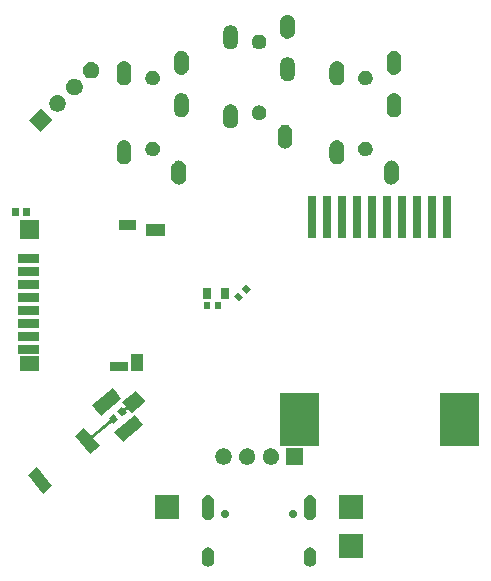
<source format=gbs>
G04 #@! TF.GenerationSoftware,KiCad,Pcbnew,5.1.5+dfsg1-2build2*
G04 #@! TF.CreationDate,2021-02-18T18:18:59+01:00*
G04 #@! TF.ProjectId,OtterCastAudioV2,4f747465-7243-4617-9374-417564696f56,rev?*
G04 #@! TF.SameCoordinates,Original*
G04 #@! TF.FileFunction,Soldermask,Bot*
G04 #@! TF.FilePolarity,Negative*
%FSLAX46Y46*%
G04 Gerber Fmt 4.6, Leading zero omitted, Abs format (unit mm)*
G04 Created by KiCad (PCBNEW 5.1.5+dfsg1-2build2) date 2021-02-18 18:18:59*
%MOMM*%
%LPD*%
G04 APERTURE LIST*
%ADD10C,0.100000*%
G04 APERTURE END LIST*
D10*
G36*
X95781937Y-121082524D02*
G01*
X95879957Y-121112258D01*
X95879960Y-121112260D01*
X95879961Y-121112260D01*
X95970295Y-121160544D01*
X96049475Y-121225525D01*
X96114456Y-121304705D01*
X96162740Y-121395038D01*
X96162742Y-121395042D01*
X96192476Y-121493062D01*
X96200000Y-121569455D01*
X96200000Y-122220545D01*
X96192476Y-122296938D01*
X96162742Y-122394958D01*
X96162740Y-122394961D01*
X96162740Y-122394962D01*
X96114456Y-122485295D01*
X96049475Y-122564475D01*
X95970295Y-122629456D01*
X95879962Y-122677740D01*
X95879958Y-122677742D01*
X95781938Y-122707476D01*
X95680000Y-122717516D01*
X95578063Y-122707476D01*
X95480043Y-122677742D01*
X95480039Y-122677740D01*
X95389706Y-122629456D01*
X95310526Y-122564475D01*
X95245545Y-122485295D01*
X95197260Y-122394962D01*
X95189523Y-122369456D01*
X95167525Y-122296938D01*
X95165679Y-122278196D01*
X95160000Y-122220541D01*
X95160000Y-121569455D01*
X95167524Y-121493063D01*
X95197258Y-121395043D01*
X95197261Y-121395038D01*
X95245544Y-121304705D01*
X95310525Y-121225525D01*
X95389705Y-121160544D01*
X95480038Y-121112260D01*
X95480039Y-121112260D01*
X95480042Y-121112258D01*
X95578062Y-121082524D01*
X95680000Y-121072484D01*
X95781937Y-121082524D01*
G37*
G36*
X104421937Y-121082524D02*
G01*
X104519957Y-121112258D01*
X104519960Y-121112260D01*
X104519961Y-121112260D01*
X104610295Y-121160544D01*
X104689475Y-121225525D01*
X104754456Y-121304705D01*
X104802740Y-121395038D01*
X104802742Y-121395042D01*
X104832476Y-121493062D01*
X104840000Y-121569455D01*
X104840000Y-122220545D01*
X104832476Y-122296938D01*
X104802742Y-122394958D01*
X104802740Y-122394961D01*
X104802740Y-122394962D01*
X104754456Y-122485295D01*
X104689475Y-122564475D01*
X104610295Y-122629456D01*
X104519962Y-122677740D01*
X104519958Y-122677742D01*
X104421938Y-122707476D01*
X104320000Y-122717516D01*
X104218063Y-122707476D01*
X104120043Y-122677742D01*
X104120039Y-122677740D01*
X104029706Y-122629456D01*
X103950526Y-122564475D01*
X103885545Y-122485295D01*
X103837260Y-122394962D01*
X103829523Y-122369456D01*
X103807525Y-122296938D01*
X103805679Y-122278196D01*
X103800000Y-122220541D01*
X103800000Y-121569455D01*
X103807524Y-121493063D01*
X103837258Y-121395043D01*
X103837261Y-121395038D01*
X103885544Y-121304705D01*
X103950525Y-121225525D01*
X104029705Y-121160544D01*
X104120038Y-121112260D01*
X104120039Y-121112260D01*
X104120042Y-121112258D01*
X104218062Y-121082524D01*
X104320000Y-121072484D01*
X104421937Y-121082524D01*
G37*
G36*
X108800000Y-122000000D02*
G01*
X106800000Y-122000000D01*
X106800000Y-120000000D01*
X108800000Y-120000000D01*
X108800000Y-122000000D01*
G37*
G36*
X95781937Y-116652524D02*
G01*
X95879957Y-116682258D01*
X95879960Y-116682260D01*
X95879961Y-116682260D01*
X95970295Y-116730544D01*
X96049475Y-116795525D01*
X96114456Y-116874705D01*
X96162740Y-116965038D01*
X96162742Y-116965042D01*
X96192476Y-117063062D01*
X96200000Y-117139455D01*
X96200000Y-118290545D01*
X96192476Y-118366938D01*
X96162742Y-118464958D01*
X96162740Y-118464961D01*
X96162740Y-118464962D01*
X96114456Y-118555295D01*
X96049475Y-118634475D01*
X95970295Y-118699456D01*
X95879962Y-118747740D01*
X95879958Y-118747742D01*
X95781938Y-118777476D01*
X95680000Y-118787516D01*
X95578063Y-118777476D01*
X95480043Y-118747742D01*
X95480039Y-118747740D01*
X95389706Y-118699456D01*
X95310526Y-118634475D01*
X95245545Y-118555295D01*
X95197261Y-118464962D01*
X95197261Y-118464961D01*
X95197259Y-118464958D01*
X95167525Y-118366938D01*
X95160001Y-118290545D01*
X95160000Y-117139456D01*
X95167524Y-117063063D01*
X95197258Y-116965043D01*
X95197261Y-116965038D01*
X95245544Y-116874705D01*
X95310525Y-116795525D01*
X95389705Y-116730544D01*
X95480038Y-116682260D01*
X95480039Y-116682260D01*
X95480042Y-116682258D01*
X95578062Y-116652524D01*
X95680000Y-116642484D01*
X95781937Y-116652524D01*
G37*
G36*
X104421937Y-116652524D02*
G01*
X104519957Y-116682258D01*
X104519960Y-116682260D01*
X104519961Y-116682260D01*
X104610295Y-116730544D01*
X104689475Y-116795525D01*
X104754456Y-116874705D01*
X104802740Y-116965038D01*
X104802742Y-116965042D01*
X104832476Y-117063062D01*
X104840000Y-117139455D01*
X104840000Y-118290545D01*
X104832476Y-118366938D01*
X104802742Y-118464958D01*
X104802740Y-118464961D01*
X104802740Y-118464962D01*
X104754456Y-118555295D01*
X104689475Y-118634475D01*
X104610295Y-118699456D01*
X104519962Y-118747740D01*
X104519958Y-118747742D01*
X104421938Y-118777476D01*
X104320000Y-118787516D01*
X104218063Y-118777476D01*
X104120043Y-118747742D01*
X104120039Y-118747740D01*
X104029706Y-118699456D01*
X103950526Y-118634475D01*
X103885545Y-118555295D01*
X103837261Y-118464962D01*
X103837261Y-118464961D01*
X103837259Y-118464958D01*
X103807525Y-118366938D01*
X103800001Y-118290545D01*
X103800000Y-117139456D01*
X103807524Y-117063063D01*
X103837258Y-116965043D01*
X103837261Y-116965038D01*
X103885544Y-116874705D01*
X103950525Y-116795525D01*
X104029705Y-116730544D01*
X104120038Y-116682260D01*
X104120039Y-116682260D01*
X104120042Y-116682258D01*
X104218062Y-116652524D01*
X104320000Y-116642484D01*
X104421937Y-116652524D01*
G37*
G36*
X93200000Y-118650000D02*
G01*
X91200000Y-118650000D01*
X91200000Y-116650000D01*
X93200000Y-116650000D01*
X93200000Y-118650000D01*
G37*
G36*
X108800000Y-118650000D02*
G01*
X106800000Y-118650000D01*
X106800000Y-116650000D01*
X108800000Y-116650000D01*
X108800000Y-118650000D01*
G37*
G36*
X102990633Y-117913258D02*
G01*
X103022026Y-117926262D01*
X103053418Y-117939264D01*
X103109925Y-117977022D01*
X103157978Y-118025075D01*
X103195736Y-118081582D01*
X103208738Y-118112974D01*
X103221742Y-118144367D01*
X103235000Y-118211020D01*
X103235000Y-118278980D01*
X103221742Y-118345633D01*
X103212917Y-118366938D01*
X103195736Y-118408418D01*
X103157978Y-118464925D01*
X103109925Y-118512978D01*
X103053418Y-118550736D01*
X103022026Y-118563739D01*
X102990633Y-118576742D01*
X102923980Y-118590000D01*
X102856020Y-118590000D01*
X102789367Y-118576742D01*
X102757974Y-118563739D01*
X102726582Y-118550736D01*
X102670075Y-118512978D01*
X102622022Y-118464925D01*
X102584264Y-118408418D01*
X102567083Y-118366938D01*
X102558258Y-118345633D01*
X102545000Y-118278980D01*
X102545000Y-118211020D01*
X102558258Y-118144367D01*
X102571261Y-118112974D01*
X102584264Y-118081582D01*
X102622022Y-118025075D01*
X102670075Y-117977022D01*
X102726582Y-117939264D01*
X102757974Y-117926262D01*
X102789367Y-117913258D01*
X102856020Y-117900000D01*
X102923980Y-117900000D01*
X102990633Y-117913258D01*
G37*
G36*
X97210633Y-117913258D02*
G01*
X97242026Y-117926262D01*
X97273418Y-117939264D01*
X97329925Y-117977022D01*
X97377978Y-118025075D01*
X97415736Y-118081582D01*
X97428738Y-118112974D01*
X97441742Y-118144367D01*
X97455000Y-118211020D01*
X97455000Y-118278980D01*
X97441742Y-118345633D01*
X97432917Y-118366938D01*
X97415736Y-118408418D01*
X97377978Y-118464925D01*
X97329925Y-118512978D01*
X97273418Y-118550736D01*
X97242026Y-118563739D01*
X97210633Y-118576742D01*
X97143980Y-118590000D01*
X97076020Y-118590000D01*
X97009367Y-118576742D01*
X96977974Y-118563739D01*
X96946582Y-118550736D01*
X96890075Y-118512978D01*
X96842022Y-118464925D01*
X96804264Y-118408418D01*
X96787083Y-118366938D01*
X96778258Y-118345633D01*
X96765000Y-118278980D01*
X96765000Y-118211020D01*
X96778258Y-118144367D01*
X96791261Y-118112974D01*
X96804264Y-118081582D01*
X96842022Y-118025075D01*
X96890075Y-117977022D01*
X96946582Y-117939264D01*
X96977974Y-117926262D01*
X97009367Y-117913258D01*
X97076020Y-117900000D01*
X97143980Y-117900000D01*
X97210633Y-117913258D01*
G37*
G36*
X82512271Y-115868364D02*
G01*
X81715584Y-116536863D01*
X80404297Y-114974132D01*
X81200984Y-114305633D01*
X82512271Y-115868364D01*
G37*
G36*
X101202724Y-112731708D02*
G01*
X101329206Y-112784099D01*
X101443037Y-112860158D01*
X101539842Y-112956963D01*
X101615901Y-113070794D01*
X101668292Y-113197276D01*
X101695000Y-113331548D01*
X101695000Y-113468452D01*
X101668292Y-113602724D01*
X101615901Y-113729206D01*
X101539842Y-113843037D01*
X101443037Y-113939842D01*
X101329206Y-114015901D01*
X101202724Y-114068292D01*
X101068452Y-114095000D01*
X100931548Y-114095000D01*
X100797276Y-114068292D01*
X100670794Y-114015901D01*
X100556963Y-113939842D01*
X100460158Y-113843037D01*
X100384099Y-113729206D01*
X100331708Y-113602724D01*
X100305000Y-113468452D01*
X100305000Y-113331548D01*
X100331708Y-113197276D01*
X100384099Y-113070794D01*
X100460158Y-112956963D01*
X100556963Y-112860158D01*
X100670794Y-112784099D01*
X100797276Y-112731708D01*
X100931548Y-112705000D01*
X101068452Y-112705000D01*
X101202724Y-112731708D01*
G37*
G36*
X99202724Y-112731708D02*
G01*
X99329206Y-112784099D01*
X99443037Y-112860158D01*
X99539842Y-112956963D01*
X99615901Y-113070794D01*
X99668292Y-113197276D01*
X99695000Y-113331548D01*
X99695000Y-113468452D01*
X99668292Y-113602724D01*
X99615901Y-113729206D01*
X99539842Y-113843037D01*
X99443037Y-113939842D01*
X99329206Y-114015901D01*
X99202724Y-114068292D01*
X99068452Y-114095000D01*
X98931548Y-114095000D01*
X98797276Y-114068292D01*
X98670794Y-114015901D01*
X98556963Y-113939842D01*
X98460158Y-113843037D01*
X98384099Y-113729206D01*
X98331708Y-113602724D01*
X98305000Y-113468452D01*
X98305000Y-113331548D01*
X98331708Y-113197276D01*
X98384099Y-113070794D01*
X98460158Y-112956963D01*
X98556963Y-112860158D01*
X98670794Y-112784099D01*
X98797276Y-112731708D01*
X98931548Y-112705000D01*
X99068452Y-112705000D01*
X99202724Y-112731708D01*
G37*
G36*
X103695000Y-114095000D02*
G01*
X102305000Y-114095000D01*
X102305000Y-112705000D01*
X103695000Y-112705000D01*
X103695000Y-114095000D01*
G37*
G36*
X97202724Y-112731708D02*
G01*
X97329206Y-112784099D01*
X97443037Y-112860158D01*
X97539842Y-112956963D01*
X97615901Y-113070794D01*
X97668292Y-113197276D01*
X97695000Y-113331548D01*
X97695000Y-113468452D01*
X97668292Y-113602724D01*
X97615901Y-113729206D01*
X97539842Y-113843037D01*
X97443037Y-113939842D01*
X97329206Y-114015901D01*
X97202724Y-114068292D01*
X97068452Y-114095000D01*
X96931548Y-114095000D01*
X96797276Y-114068292D01*
X96670794Y-114015901D01*
X96556963Y-113939842D01*
X96460158Y-113843037D01*
X96384099Y-113729206D01*
X96331708Y-113602724D01*
X96305000Y-113468452D01*
X96305000Y-113331548D01*
X96331708Y-113197276D01*
X96384099Y-113070794D01*
X96460158Y-112956963D01*
X96556963Y-112860158D01*
X96670794Y-112784099D01*
X96797276Y-112731708D01*
X96931548Y-112705000D01*
X97068452Y-112705000D01*
X97202724Y-112731708D01*
G37*
G36*
X88091089Y-110273394D02*
G01*
X87677425Y-110620499D01*
X87564933Y-110486436D01*
X87561435Y-110483013D01*
X87557330Y-110480335D01*
X87552783Y-110478509D01*
X87547966Y-110477605D01*
X87543065Y-110477659D01*
X87538270Y-110478667D01*
X87533763Y-110480592D01*
X87529720Y-110483358D01*
X87366281Y-110620499D01*
X85936344Y-111820359D01*
X85932917Y-111823862D01*
X85930239Y-111827966D01*
X85928413Y-111832514D01*
X85927509Y-111837330D01*
X85927563Y-111842231D01*
X85928571Y-111847026D01*
X85930496Y-111851533D01*
X85933263Y-111855578D01*
X86495703Y-112525868D01*
X85699016Y-113194367D01*
X84387729Y-111631636D01*
X85184416Y-110963137D01*
X85746856Y-111633427D01*
X85750359Y-111636854D01*
X85754463Y-111639532D01*
X85759011Y-111641358D01*
X85763827Y-111642262D01*
X85768728Y-111642208D01*
X85773523Y-111641200D01*
X85778030Y-111639275D01*
X85782075Y-111636508D01*
X87375449Y-110299508D01*
X87378876Y-110296005D01*
X87381554Y-110291901D01*
X87383380Y-110287353D01*
X87384284Y-110282537D01*
X87384230Y-110277636D01*
X87383222Y-110272841D01*
X87381297Y-110268334D01*
X87378530Y-110264289D01*
X87266041Y-110130230D01*
X87679705Y-109783125D01*
X88091089Y-110273394D01*
G37*
G36*
X105060000Y-112520000D02*
G01*
X101740000Y-112520000D01*
X101740000Y-107980000D01*
X105060000Y-107980000D01*
X105060000Y-112520000D01*
G37*
G36*
X118610000Y-112520000D02*
G01*
X115290000Y-112520000D01*
X115290000Y-107980000D01*
X118610000Y-107980000D01*
X118610000Y-112520000D01*
G37*
G36*
X89826817Y-110272841D02*
G01*
X90202668Y-110720762D01*
X90202668Y-110720763D01*
X88486728Y-112160607D01*
X88049279Y-111639275D01*
X87753950Y-111287316D01*
X87753950Y-111287315D01*
X89469890Y-109847471D01*
X89826817Y-110272841D01*
G37*
G36*
X89581329Y-107807385D02*
G01*
X89584984Y-107808852D01*
X89588284Y-107811006D01*
X89591985Y-107814627D01*
X90361746Y-108731992D01*
X90362445Y-108733014D01*
X90364670Y-108736266D01*
X90366217Y-108739889D01*
X90367028Y-108743744D01*
X90367071Y-108747684D01*
X90366344Y-108751556D01*
X90364877Y-108755211D01*
X90362723Y-108758511D01*
X90359102Y-108762212D01*
X89211924Y-109724810D01*
X89210902Y-109725509D01*
X89207650Y-109727734D01*
X89204027Y-109729281D01*
X89200172Y-109730092D01*
X89196232Y-109730135D01*
X89192360Y-109729408D01*
X89192044Y-109729281D01*
X89188705Y-109727941D01*
X89185405Y-109725787D01*
X89181704Y-109722166D01*
X88890167Y-109374725D01*
X88886664Y-109371298D01*
X88882560Y-109368620D01*
X88878012Y-109366794D01*
X88873196Y-109365890D01*
X88868295Y-109365944D01*
X88863500Y-109366952D01*
X88858993Y-109368877D01*
X88854948Y-109371644D01*
X88702071Y-109499923D01*
X88698644Y-109503426D01*
X88695966Y-109507530D01*
X88694140Y-109512078D01*
X88693236Y-109516894D01*
X88693290Y-109521795D01*
X88694298Y-109526590D01*
X88696223Y-109531097D01*
X88698990Y-109535142D01*
X88797690Y-109652769D01*
X88798389Y-109653791D01*
X88800614Y-109657043D01*
X88802161Y-109660666D01*
X88802972Y-109664521D01*
X88803015Y-109668461D01*
X88802288Y-109672333D01*
X88800821Y-109675988D01*
X88798667Y-109679288D01*
X88795046Y-109682989D01*
X88413912Y-110002798D01*
X88412890Y-110003497D01*
X88409638Y-110005722D01*
X88406015Y-110007269D01*
X88402160Y-110008080D01*
X88398220Y-110008123D01*
X88394348Y-110007396D01*
X88394032Y-110007269D01*
X88390693Y-110005929D01*
X88387393Y-110003775D01*
X88383692Y-110000154D01*
X87999604Y-109542416D01*
X87996681Y-109538143D01*
X87996680Y-109538142D01*
X87995133Y-109534519D01*
X87994322Y-109530664D01*
X87994279Y-109526724D01*
X87995006Y-109522852D01*
X87995430Y-109521795D01*
X87996473Y-109519197D01*
X87998627Y-109515897D01*
X88002248Y-109512196D01*
X88383382Y-109192386D01*
X88387655Y-109189463D01*
X88387656Y-109189462D01*
X88391279Y-109187915D01*
X88395134Y-109187104D01*
X88399074Y-109187061D01*
X88402946Y-109187788D01*
X88406601Y-109189255D01*
X88409901Y-109191409D01*
X88413602Y-109195030D01*
X88512302Y-109312657D01*
X88515804Y-109316084D01*
X88519909Y-109318762D01*
X88524456Y-109320588D01*
X88529273Y-109321492D01*
X88534173Y-109321438D01*
X88538969Y-109320430D01*
X88543476Y-109318505D01*
X88547521Y-109315738D01*
X88700398Y-109187459D01*
X88703825Y-109183956D01*
X88706503Y-109179852D01*
X88708329Y-109175304D01*
X88709233Y-109170488D01*
X88709179Y-109165587D01*
X88708171Y-109160792D01*
X88706246Y-109156285D01*
X88703479Y-109152240D01*
X88411942Y-108804800D01*
X88409019Y-108800527D01*
X88409018Y-108800526D01*
X88407471Y-108796903D01*
X88406660Y-108793048D01*
X88406617Y-108789108D01*
X88407344Y-108785236D01*
X88408811Y-108781581D01*
X88410965Y-108778281D01*
X88414586Y-108774580D01*
X89561765Y-107811983D01*
X89566038Y-107809060D01*
X89566039Y-107809059D01*
X89569662Y-107807512D01*
X89573517Y-107806701D01*
X89577457Y-107806658D01*
X89581329Y-107807385D01*
G37*
G36*
X87972195Y-108062588D02*
G01*
X88338584Y-108499233D01*
X88338584Y-108499234D01*
X86622644Y-109939078D01*
X86146511Y-109371644D01*
X85889866Y-109065787D01*
X85889866Y-109065786D01*
X87605806Y-107625942D01*
X87972195Y-108062588D01*
G37*
G36*
X90195000Y-106195000D02*
G01*
X89155000Y-106195000D01*
X89155000Y-104705000D01*
X90195000Y-104705000D01*
X90195000Y-106195000D01*
G37*
G36*
X88945000Y-106195000D02*
G01*
X87405000Y-106195000D01*
X87405000Y-105355000D01*
X88945000Y-105355000D01*
X88945000Y-106195000D01*
G37*
G36*
X81345000Y-106195000D02*
G01*
X79805000Y-106195000D01*
X79805000Y-104855000D01*
X81345000Y-104855000D01*
X81345000Y-106195000D01*
G37*
G36*
X81345000Y-104695000D02*
G01*
X79555000Y-104695000D01*
X79555000Y-103955000D01*
X81345000Y-103955000D01*
X81345000Y-104695000D01*
G37*
G36*
X81345000Y-103595000D02*
G01*
X79555000Y-103595000D01*
X79555000Y-102855000D01*
X81345000Y-102855000D01*
X81345000Y-103595000D01*
G37*
G36*
X81345000Y-102495000D02*
G01*
X79555000Y-102495000D01*
X79555000Y-101755000D01*
X81345000Y-101755000D01*
X81345000Y-102495000D01*
G37*
G36*
X81345000Y-101395000D02*
G01*
X79555000Y-101395000D01*
X79555000Y-100655000D01*
X81345000Y-100655000D01*
X81345000Y-101395000D01*
G37*
G36*
X96790000Y-100920000D02*
G01*
X96250000Y-100920000D01*
X96250000Y-100280000D01*
X96790000Y-100280000D01*
X96790000Y-100920000D01*
G37*
G36*
X95850000Y-100920000D02*
G01*
X95310000Y-100920000D01*
X95310000Y-100280000D01*
X95850000Y-100280000D01*
X95850000Y-100920000D01*
G37*
G36*
X98684853Y-99917695D02*
G01*
X98303015Y-100299533D01*
X97850467Y-99846985D01*
X98232305Y-99465147D01*
X98684853Y-99917695D01*
G37*
G36*
X81345000Y-100295000D02*
G01*
X79555000Y-100295000D01*
X79555000Y-99555000D01*
X81345000Y-99555000D01*
X81345000Y-100295000D01*
G37*
G36*
X97420000Y-100070000D02*
G01*
X96780000Y-100070000D01*
X96780000Y-99130000D01*
X97420000Y-99130000D01*
X97420000Y-100070000D01*
G37*
G36*
X95920000Y-100070000D02*
G01*
X95280000Y-100070000D01*
X95280000Y-99130000D01*
X95920000Y-99130000D01*
X95920000Y-100070000D01*
G37*
G36*
X99349533Y-99253015D02*
G01*
X98967695Y-99634853D01*
X98515147Y-99182305D01*
X98896985Y-98800467D01*
X99349533Y-99253015D01*
G37*
G36*
X81345000Y-99195000D02*
G01*
X79555000Y-99195000D01*
X79555000Y-98455000D01*
X81345000Y-98455000D01*
X81345000Y-99195000D01*
G37*
G36*
X81345000Y-98095000D02*
G01*
X79555000Y-98095000D01*
X79555000Y-97355000D01*
X81345000Y-97355000D01*
X81345000Y-98095000D01*
G37*
G36*
X81345000Y-96995000D02*
G01*
X79555000Y-96995000D01*
X79555000Y-96255000D01*
X81345000Y-96255000D01*
X81345000Y-96995000D01*
G37*
G36*
X81345000Y-94945000D02*
G01*
X79805000Y-94945000D01*
X79805000Y-93405000D01*
X81345000Y-93405000D01*
X81345000Y-94945000D01*
G37*
G36*
X106075000Y-94870000D02*
G01*
X105435000Y-94870000D01*
X105435000Y-91330000D01*
X106075000Y-91330000D01*
X106075000Y-94870000D01*
G37*
G36*
X107345000Y-94870000D02*
G01*
X106705000Y-94870000D01*
X106705000Y-91330000D01*
X107345000Y-91330000D01*
X107345000Y-94870000D01*
G37*
G36*
X108615000Y-94870000D02*
G01*
X107975000Y-94870000D01*
X107975000Y-91330000D01*
X108615000Y-91330000D01*
X108615000Y-94870000D01*
G37*
G36*
X109885000Y-94870000D02*
G01*
X109245000Y-94870000D01*
X109245000Y-91330000D01*
X109885000Y-91330000D01*
X109885000Y-94870000D01*
G37*
G36*
X112425000Y-94870000D02*
G01*
X111785000Y-94870000D01*
X111785000Y-91330000D01*
X112425000Y-91330000D01*
X112425000Y-94870000D01*
G37*
G36*
X113695000Y-94870000D02*
G01*
X113055000Y-94870000D01*
X113055000Y-91330000D01*
X113695000Y-91330000D01*
X113695000Y-94870000D01*
G37*
G36*
X114965000Y-94870000D02*
G01*
X114325000Y-94870000D01*
X114325000Y-91330000D01*
X114965000Y-91330000D01*
X114965000Y-94870000D01*
G37*
G36*
X116235000Y-94870000D02*
G01*
X115595000Y-94870000D01*
X115595000Y-91330000D01*
X116235000Y-91330000D01*
X116235000Y-94870000D01*
G37*
G36*
X104805000Y-94870000D02*
G01*
X104165000Y-94870000D01*
X104165000Y-91330000D01*
X104805000Y-91330000D01*
X104805000Y-94870000D01*
G37*
G36*
X111155000Y-94870000D02*
G01*
X110515000Y-94870000D01*
X110515000Y-91330000D01*
X111155000Y-91330000D01*
X111155000Y-94870000D01*
G37*
G36*
X92045000Y-94745000D02*
G01*
X90455000Y-94745000D01*
X90455000Y-93705000D01*
X92045000Y-93705000D01*
X92045000Y-94745000D01*
G37*
G36*
X89545000Y-94245000D02*
G01*
X88105000Y-94245000D01*
X88105000Y-93405000D01*
X89545000Y-93405000D01*
X89545000Y-94245000D01*
G37*
G36*
X80590000Y-93020000D02*
G01*
X80050000Y-93020000D01*
X80050000Y-92380000D01*
X80590000Y-92380000D01*
X80590000Y-93020000D01*
G37*
G36*
X79650000Y-93020000D02*
G01*
X79110000Y-93020000D01*
X79110000Y-92380000D01*
X79650000Y-92380000D01*
X79650000Y-93020000D01*
G37*
G36*
X93321541Y-88338972D02*
G01*
X93438415Y-88374425D01*
X93514854Y-88415283D01*
X93546120Y-88431995D01*
X93640527Y-88509473D01*
X93718005Y-88603880D01*
X93734717Y-88635146D01*
X93775575Y-88711585D01*
X93811028Y-88828459D01*
X93820000Y-88919553D01*
X93820000Y-89780447D01*
X93811028Y-89871541D01*
X93775575Y-89988415D01*
X93734717Y-90064854D01*
X93718005Y-90096120D01*
X93640527Y-90190527D01*
X93546119Y-90268005D01*
X93546117Y-90268006D01*
X93438414Y-90325575D01*
X93321540Y-90361028D01*
X93200000Y-90372999D01*
X93078459Y-90361028D01*
X92961585Y-90325575D01*
X92885146Y-90284717D01*
X92853880Y-90268005D01*
X92759473Y-90190527D01*
X92681995Y-90096119D01*
X92678703Y-90089959D01*
X92624425Y-89988414D01*
X92588972Y-89871540D01*
X92580000Y-89780446D01*
X92580000Y-88919553D01*
X92588972Y-88828455D01*
X92624424Y-88711590D01*
X92653211Y-88657734D01*
X92681996Y-88603880D01*
X92759474Y-88509473D01*
X92853881Y-88431995D01*
X92885147Y-88415283D01*
X92961586Y-88374425D01*
X93078460Y-88338972D01*
X93200000Y-88327001D01*
X93321541Y-88338972D01*
G37*
G36*
X111321541Y-88338972D02*
G01*
X111438415Y-88374425D01*
X111514854Y-88415283D01*
X111546120Y-88431995D01*
X111640527Y-88509473D01*
X111718005Y-88603880D01*
X111734717Y-88635146D01*
X111775575Y-88711585D01*
X111811028Y-88828459D01*
X111820000Y-88919553D01*
X111820000Y-89780447D01*
X111811028Y-89871541D01*
X111775575Y-89988415D01*
X111734717Y-90064854D01*
X111718005Y-90096120D01*
X111640527Y-90190527D01*
X111546119Y-90268005D01*
X111546117Y-90268006D01*
X111438414Y-90325575D01*
X111321540Y-90361028D01*
X111200000Y-90372999D01*
X111078459Y-90361028D01*
X110961585Y-90325575D01*
X110885146Y-90284717D01*
X110853880Y-90268005D01*
X110759473Y-90190527D01*
X110681995Y-90096119D01*
X110678703Y-90089959D01*
X110624425Y-89988414D01*
X110588972Y-89871540D01*
X110580000Y-89780446D01*
X110580000Y-88919553D01*
X110588972Y-88828455D01*
X110624424Y-88711590D01*
X110653211Y-88657734D01*
X110681996Y-88603880D01*
X110759474Y-88509473D01*
X110853881Y-88431995D01*
X110885147Y-88415283D01*
X110961586Y-88374425D01*
X111078460Y-88338972D01*
X111200000Y-88327001D01*
X111321541Y-88338972D01*
G37*
G36*
X106701541Y-86638972D02*
G01*
X106818415Y-86674425D01*
X106894854Y-86715283D01*
X106926120Y-86731995D01*
X107020527Y-86809473D01*
X107068900Y-86868415D01*
X107098004Y-86903879D01*
X107155575Y-87011585D01*
X107166050Y-87046117D01*
X107191028Y-87128459D01*
X107199848Y-87218004D01*
X107200000Y-87219553D01*
X107200000Y-88080447D01*
X107191028Y-88171541D01*
X107155575Y-88288415D01*
X107128551Y-88338972D01*
X107098005Y-88396120D01*
X107020527Y-88490527D01*
X106926119Y-88568005D01*
X106926117Y-88568006D01*
X106818414Y-88625575D01*
X106701540Y-88661028D01*
X106580000Y-88672999D01*
X106458459Y-88661028D01*
X106341585Y-88625575D01*
X106265146Y-88584717D01*
X106233880Y-88568005D01*
X106139473Y-88490527D01*
X106061995Y-88396119D01*
X106050399Y-88374424D01*
X106004425Y-88288414D01*
X105968972Y-88171540D01*
X105960000Y-88080446D01*
X105960000Y-87219553D01*
X105960153Y-87218004D01*
X105967783Y-87140527D01*
X105968972Y-87128455D01*
X106004424Y-87011590D01*
X106043537Y-86938415D01*
X106061996Y-86903880D01*
X106139474Y-86809473D01*
X106233881Y-86731995D01*
X106265147Y-86715283D01*
X106341586Y-86674425D01*
X106458460Y-86638972D01*
X106580000Y-86627001D01*
X106701541Y-86638972D01*
G37*
G36*
X88701541Y-86638972D02*
G01*
X88818415Y-86674425D01*
X88894854Y-86715283D01*
X88926120Y-86731995D01*
X89020527Y-86809473D01*
X89068900Y-86868415D01*
X89098004Y-86903879D01*
X89155575Y-87011585D01*
X89166050Y-87046117D01*
X89191028Y-87128459D01*
X89199848Y-87218004D01*
X89200000Y-87219553D01*
X89200000Y-88080447D01*
X89191028Y-88171541D01*
X89155575Y-88288415D01*
X89128551Y-88338972D01*
X89098005Y-88396120D01*
X89020527Y-88490527D01*
X88926119Y-88568005D01*
X88926117Y-88568006D01*
X88818414Y-88625575D01*
X88701540Y-88661028D01*
X88580000Y-88672999D01*
X88458459Y-88661028D01*
X88341585Y-88625575D01*
X88265146Y-88584717D01*
X88233880Y-88568005D01*
X88139473Y-88490527D01*
X88061995Y-88396119D01*
X88050399Y-88374424D01*
X88004425Y-88288414D01*
X87968972Y-88171540D01*
X87960000Y-88080446D01*
X87960000Y-87219553D01*
X87960153Y-87218004D01*
X87967783Y-87140527D01*
X87968972Y-87128455D01*
X88004424Y-87011590D01*
X88043537Y-86938415D01*
X88061996Y-86903880D01*
X88139474Y-86809473D01*
X88233881Y-86731995D01*
X88265147Y-86715283D01*
X88341586Y-86674425D01*
X88458460Y-86638972D01*
X88580000Y-86627001D01*
X88701541Y-86638972D01*
G37*
G36*
X109180847Y-86753826D02*
G01*
X109293680Y-86800563D01*
X109395227Y-86868414D01*
X109481586Y-86954773D01*
X109549437Y-87056320D01*
X109596174Y-87169153D01*
X109620000Y-87288935D01*
X109620000Y-87411065D01*
X109596174Y-87530847D01*
X109549437Y-87643680D01*
X109481586Y-87745227D01*
X109395227Y-87831586D01*
X109293680Y-87899437D01*
X109180847Y-87946174D01*
X109061065Y-87970000D01*
X108938935Y-87970000D01*
X108819153Y-87946174D01*
X108706320Y-87899437D01*
X108604773Y-87831586D01*
X108518414Y-87745227D01*
X108450563Y-87643680D01*
X108403826Y-87530847D01*
X108380000Y-87411065D01*
X108380000Y-87288935D01*
X108403826Y-87169153D01*
X108450563Y-87056320D01*
X108518414Y-86954773D01*
X108604773Y-86868414D01*
X108706320Y-86800563D01*
X108819153Y-86753826D01*
X108938935Y-86730000D01*
X109061065Y-86730000D01*
X109180847Y-86753826D01*
G37*
G36*
X91180847Y-86753826D02*
G01*
X91293680Y-86800563D01*
X91395227Y-86868414D01*
X91481586Y-86954773D01*
X91549437Y-87056320D01*
X91596174Y-87169153D01*
X91620000Y-87288935D01*
X91620000Y-87411065D01*
X91596174Y-87530847D01*
X91549437Y-87643680D01*
X91481586Y-87745227D01*
X91395227Y-87831586D01*
X91293680Y-87899437D01*
X91180847Y-87946174D01*
X91061065Y-87970000D01*
X90938935Y-87970000D01*
X90819153Y-87946174D01*
X90706320Y-87899437D01*
X90604773Y-87831586D01*
X90518414Y-87745227D01*
X90450563Y-87643680D01*
X90403826Y-87530847D01*
X90380000Y-87411065D01*
X90380000Y-87288935D01*
X90403826Y-87169153D01*
X90450563Y-87056320D01*
X90518414Y-86954773D01*
X90604773Y-86868414D01*
X90706320Y-86800563D01*
X90819153Y-86753826D01*
X90938935Y-86730000D01*
X91061065Y-86730000D01*
X91180847Y-86753826D01*
G37*
G36*
X102321541Y-85288972D02*
G01*
X102438415Y-85324425D01*
X102514854Y-85365283D01*
X102546120Y-85381995D01*
X102640527Y-85459473D01*
X102718005Y-85553880D01*
X102734717Y-85585146D01*
X102775575Y-85661585D01*
X102811027Y-85778455D01*
X102811028Y-85778459D01*
X102820000Y-85869551D01*
X102820000Y-86730449D01*
X102817697Y-86753827D01*
X102811028Y-86821541D01*
X102775575Y-86938415D01*
X102734717Y-87014854D01*
X102718005Y-87046120D01*
X102640527Y-87140527D01*
X102546119Y-87218005D01*
X102546117Y-87218006D01*
X102438414Y-87275575D01*
X102321540Y-87311028D01*
X102200000Y-87322999D01*
X102078459Y-87311028D01*
X102005634Y-87288937D01*
X101961585Y-87275575D01*
X101885146Y-87234717D01*
X101853880Y-87218005D01*
X101759473Y-87140527D01*
X101681995Y-87046119D01*
X101663539Y-87011590D01*
X101624425Y-86938414D01*
X101588972Y-86821540D01*
X101580000Y-86730448D01*
X101580000Y-85869551D01*
X101588972Y-85778459D01*
X101588972Y-85778455D01*
X101624424Y-85661590D01*
X101681996Y-85553880D01*
X101759474Y-85459473D01*
X101853881Y-85381995D01*
X101885147Y-85365283D01*
X101961586Y-85324425D01*
X102078460Y-85288972D01*
X102200000Y-85277001D01*
X102321541Y-85288972D01*
G37*
G36*
X82493090Y-84911305D02*
G01*
X81501672Y-85885569D01*
X80527408Y-84894151D01*
X81518826Y-83919887D01*
X82493090Y-84911305D01*
G37*
G36*
X97701541Y-83588972D02*
G01*
X97818415Y-83624425D01*
X97894854Y-83665283D01*
X97926120Y-83681995D01*
X98020527Y-83759473D01*
X98078502Y-83830115D01*
X98098004Y-83853879D01*
X98155575Y-83961585D01*
X98191027Y-84078455D01*
X98191028Y-84078459D01*
X98199966Y-84169201D01*
X98200000Y-84169553D01*
X98200000Y-85030447D01*
X98191028Y-85121541D01*
X98155575Y-85238415D01*
X98128551Y-85288972D01*
X98098005Y-85346120D01*
X98020527Y-85440527D01*
X97926119Y-85518005D01*
X97926117Y-85518006D01*
X97818414Y-85575575D01*
X97701540Y-85611028D01*
X97580000Y-85622999D01*
X97458459Y-85611028D01*
X97341585Y-85575575D01*
X97265146Y-85534717D01*
X97233880Y-85518005D01*
X97139473Y-85440527D01*
X97061995Y-85346119D01*
X97050399Y-85324424D01*
X97004425Y-85238414D01*
X96968972Y-85121540D01*
X96960000Y-85030446D01*
X96960000Y-84169553D01*
X96960035Y-84169201D01*
X96968972Y-84078459D01*
X96968972Y-84078455D01*
X97004424Y-83961590D01*
X97061997Y-83853879D01*
X97081500Y-83830115D01*
X97139474Y-83759473D01*
X97233881Y-83681995D01*
X97265147Y-83665283D01*
X97341586Y-83624425D01*
X97458460Y-83588972D01*
X97580000Y-83577001D01*
X97701541Y-83588972D01*
G37*
G36*
X100180847Y-83703826D02*
G01*
X100293680Y-83750563D01*
X100395227Y-83818414D01*
X100481586Y-83904773D01*
X100549437Y-84006320D01*
X100596174Y-84119153D01*
X100620000Y-84238935D01*
X100620000Y-84361065D01*
X100596174Y-84480847D01*
X100549437Y-84593680D01*
X100481586Y-84695227D01*
X100395227Y-84781586D01*
X100293680Y-84849437D01*
X100180847Y-84896174D01*
X100061065Y-84920000D01*
X99938935Y-84920000D01*
X99819153Y-84896174D01*
X99706320Y-84849437D01*
X99604773Y-84781586D01*
X99518414Y-84695227D01*
X99450563Y-84593680D01*
X99403826Y-84480847D01*
X99380000Y-84361065D01*
X99380000Y-84238935D01*
X99403826Y-84119153D01*
X99450563Y-84006320D01*
X99518414Y-83904773D01*
X99604773Y-83818414D01*
X99706320Y-83750563D01*
X99819153Y-83703826D01*
X99938935Y-83680000D01*
X100061065Y-83680000D01*
X100180847Y-83703826D01*
G37*
G36*
X93541541Y-82638972D02*
G01*
X93658415Y-82674425D01*
X93734309Y-82714992D01*
X93766120Y-82731995D01*
X93766122Y-82731996D01*
X93766121Y-82731996D01*
X93860527Y-82809473D01*
X93938004Y-82903879D01*
X93995575Y-83011585D01*
X94031028Y-83128459D01*
X94040000Y-83219553D01*
X94040000Y-84080447D01*
X94031028Y-84171541D01*
X93995575Y-84288415D01*
X93956743Y-84361063D01*
X93938005Y-84396120D01*
X93860527Y-84490527D01*
X93766119Y-84568005D01*
X93766117Y-84568006D01*
X93658414Y-84625575D01*
X93541540Y-84661028D01*
X93420000Y-84672999D01*
X93298459Y-84661028D01*
X93181585Y-84625575D01*
X93105146Y-84584717D01*
X93073880Y-84568005D01*
X92979473Y-84490527D01*
X92901995Y-84396119D01*
X92883257Y-84361063D01*
X92844425Y-84288414D01*
X92808972Y-84171540D01*
X92803812Y-84119152D01*
X92800000Y-84080448D01*
X92800000Y-83219551D01*
X92808972Y-83128459D01*
X92808972Y-83128455D01*
X92844424Y-83011590D01*
X92901997Y-82903879D01*
X92979474Y-82809473D01*
X93073880Y-82731996D01*
X93073879Y-82731996D01*
X93073881Y-82731995D01*
X93105692Y-82714992D01*
X93181586Y-82674425D01*
X93298460Y-82638972D01*
X93420000Y-82627001D01*
X93541541Y-82638972D01*
G37*
G36*
X111541541Y-82638972D02*
G01*
X111658415Y-82674425D01*
X111734309Y-82714992D01*
X111766120Y-82731995D01*
X111766122Y-82731996D01*
X111766121Y-82731996D01*
X111860527Y-82809473D01*
X111938004Y-82903879D01*
X111995575Y-83011585D01*
X112031028Y-83128459D01*
X112040000Y-83219553D01*
X112040000Y-84080447D01*
X112031028Y-84171541D01*
X111995575Y-84288415D01*
X111956743Y-84361063D01*
X111938005Y-84396120D01*
X111860527Y-84490527D01*
X111766119Y-84568005D01*
X111766117Y-84568006D01*
X111658414Y-84625575D01*
X111541540Y-84661028D01*
X111420000Y-84672999D01*
X111298459Y-84661028D01*
X111181585Y-84625575D01*
X111105146Y-84584717D01*
X111073880Y-84568005D01*
X110979473Y-84490527D01*
X110901995Y-84396119D01*
X110883257Y-84361063D01*
X110844425Y-84288414D01*
X110808972Y-84171540D01*
X110803812Y-84119152D01*
X110800000Y-84080448D01*
X110800000Y-83219551D01*
X110808972Y-83128459D01*
X110808972Y-83128455D01*
X110844424Y-83011590D01*
X110901997Y-82903879D01*
X110979474Y-82809473D01*
X111073880Y-82731996D01*
X111073879Y-82731996D01*
X111073881Y-82731995D01*
X111105692Y-82714992D01*
X111181586Y-82674425D01*
X111298460Y-82638972D01*
X111420000Y-82627001D01*
X111541541Y-82638972D01*
G37*
G36*
X83139474Y-82832617D02*
G01*
X83265956Y-82885008D01*
X83379787Y-82961067D01*
X83476592Y-83057872D01*
X83552651Y-83171703D01*
X83605042Y-83298185D01*
X83631750Y-83432457D01*
X83631750Y-83569361D01*
X83605042Y-83703633D01*
X83552651Y-83830115D01*
X83476592Y-83943946D01*
X83379787Y-84040751D01*
X83265956Y-84116810D01*
X83139474Y-84169201D01*
X83005202Y-84195909D01*
X82868298Y-84195909D01*
X82734026Y-84169201D01*
X82607544Y-84116810D01*
X82493713Y-84040751D01*
X82396908Y-83943946D01*
X82320849Y-83830115D01*
X82268458Y-83703633D01*
X82241750Y-83569361D01*
X82241750Y-83432457D01*
X82268458Y-83298185D01*
X82320849Y-83171703D01*
X82396908Y-83057872D01*
X82493713Y-82961067D01*
X82607544Y-82885008D01*
X82734026Y-82832617D01*
X82868298Y-82805909D01*
X83005202Y-82805909D01*
X83139474Y-82832617D01*
G37*
G36*
X84565974Y-81430799D02*
G01*
X84692456Y-81483190D01*
X84806287Y-81559249D01*
X84903092Y-81656054D01*
X84979151Y-81769885D01*
X85031542Y-81896367D01*
X85058250Y-82030639D01*
X85058250Y-82167543D01*
X85031542Y-82301815D01*
X84979151Y-82428297D01*
X84903092Y-82542128D01*
X84806287Y-82638933D01*
X84692456Y-82714992D01*
X84565974Y-82767383D01*
X84431702Y-82794091D01*
X84294798Y-82794091D01*
X84160526Y-82767383D01*
X84034044Y-82714992D01*
X83920213Y-82638933D01*
X83823408Y-82542128D01*
X83747349Y-82428297D01*
X83694958Y-82301815D01*
X83668250Y-82167543D01*
X83668250Y-82030639D01*
X83694958Y-81896367D01*
X83747349Y-81769885D01*
X83823408Y-81656054D01*
X83920213Y-81559249D01*
X84034044Y-81483190D01*
X84160526Y-81430799D01*
X84294798Y-81404091D01*
X84431702Y-81404091D01*
X84565974Y-81430799D01*
G37*
G36*
X106701541Y-79938972D02*
G01*
X106818415Y-79974425D01*
X106870512Y-80002272D01*
X106926120Y-80031995D01*
X106982736Y-80078459D01*
X107020527Y-80109473D01*
X107098004Y-80203879D01*
X107155575Y-80311585D01*
X107172708Y-80368066D01*
X107191028Y-80428459D01*
X107200000Y-80519551D01*
X107200000Y-81380449D01*
X107195041Y-81430799D01*
X107191028Y-81471541D01*
X107155575Y-81588415D01*
X107114717Y-81664854D01*
X107098005Y-81696120D01*
X107020527Y-81790527D01*
X106926119Y-81868005D01*
X106926117Y-81868006D01*
X106818414Y-81925575D01*
X106701540Y-81961028D01*
X106580000Y-81972999D01*
X106458459Y-81961028D01*
X106341585Y-81925575D01*
X106265146Y-81884717D01*
X106233880Y-81868005D01*
X106139473Y-81790527D01*
X106061995Y-81696119D01*
X106040580Y-81656054D01*
X106004425Y-81588414D01*
X105968972Y-81471540D01*
X105963016Y-81411065D01*
X105960000Y-81380448D01*
X105960000Y-80519551D01*
X105963851Y-80480448D01*
X105968972Y-80428455D01*
X106004424Y-80311590D01*
X106061997Y-80203879D01*
X106139474Y-80109473D01*
X106177265Y-80078459D01*
X106233881Y-80031995D01*
X106289489Y-80002272D01*
X106341586Y-79974425D01*
X106458460Y-79938972D01*
X106580000Y-79927001D01*
X106701541Y-79938972D01*
G37*
G36*
X88701541Y-79938972D02*
G01*
X88818415Y-79974425D01*
X88870512Y-80002272D01*
X88926120Y-80031995D01*
X88982736Y-80078459D01*
X89020527Y-80109473D01*
X89098004Y-80203879D01*
X89155575Y-80311585D01*
X89172708Y-80368066D01*
X89191028Y-80428459D01*
X89200000Y-80519551D01*
X89200000Y-81380449D01*
X89195041Y-81430799D01*
X89191028Y-81471541D01*
X89155575Y-81588415D01*
X89114717Y-81664854D01*
X89098005Y-81696120D01*
X89020527Y-81790527D01*
X88926119Y-81868005D01*
X88926117Y-81868006D01*
X88818414Y-81925575D01*
X88701540Y-81961028D01*
X88580000Y-81972999D01*
X88458459Y-81961028D01*
X88341585Y-81925575D01*
X88265146Y-81884717D01*
X88233880Y-81868005D01*
X88139473Y-81790527D01*
X88061995Y-81696119D01*
X88040580Y-81656054D01*
X88004425Y-81588414D01*
X87968972Y-81471540D01*
X87963016Y-81411065D01*
X87960000Y-81380448D01*
X87960000Y-80519551D01*
X87963851Y-80480448D01*
X87968972Y-80428455D01*
X88004424Y-80311590D01*
X88061997Y-80203879D01*
X88139474Y-80109473D01*
X88177265Y-80078459D01*
X88233881Y-80031995D01*
X88289489Y-80002272D01*
X88341586Y-79974425D01*
X88458460Y-79938972D01*
X88580000Y-79927001D01*
X88701541Y-79938972D01*
G37*
G36*
X91180847Y-80753826D02*
G01*
X91293680Y-80800563D01*
X91395227Y-80868414D01*
X91481586Y-80954773D01*
X91549437Y-81056320D01*
X91596174Y-81169153D01*
X91620000Y-81288935D01*
X91620000Y-81411065D01*
X91596174Y-81530847D01*
X91549437Y-81643680D01*
X91481586Y-81745227D01*
X91395227Y-81831586D01*
X91293680Y-81899437D01*
X91180847Y-81946174D01*
X91061065Y-81970000D01*
X90938935Y-81970000D01*
X90819153Y-81946174D01*
X90706320Y-81899437D01*
X90604773Y-81831586D01*
X90518414Y-81745227D01*
X90450563Y-81643680D01*
X90403826Y-81530847D01*
X90380000Y-81411065D01*
X90380000Y-81288935D01*
X90403826Y-81169153D01*
X90450563Y-81056320D01*
X90518414Y-80954773D01*
X90604773Y-80868414D01*
X90706320Y-80800563D01*
X90819153Y-80753826D01*
X90938935Y-80730000D01*
X91061065Y-80730000D01*
X91180847Y-80753826D01*
G37*
G36*
X109180847Y-80753826D02*
G01*
X109293680Y-80800563D01*
X109395227Y-80868414D01*
X109481586Y-80954773D01*
X109549437Y-81056320D01*
X109596174Y-81169153D01*
X109620000Y-81288935D01*
X109620000Y-81411065D01*
X109596174Y-81530847D01*
X109549437Y-81643680D01*
X109481586Y-81745227D01*
X109395227Y-81831586D01*
X109293680Y-81899437D01*
X109180847Y-81946174D01*
X109061065Y-81970000D01*
X108938935Y-81970000D01*
X108819153Y-81946174D01*
X108706320Y-81899437D01*
X108604773Y-81831586D01*
X108518414Y-81745227D01*
X108450563Y-81643680D01*
X108403826Y-81530847D01*
X108380000Y-81411065D01*
X108380000Y-81288935D01*
X108403826Y-81169153D01*
X108450563Y-81056320D01*
X108518414Y-80954773D01*
X108604773Y-80868414D01*
X108706320Y-80800563D01*
X108819153Y-80753826D01*
X108938935Y-80730000D01*
X109061065Y-80730000D01*
X109180847Y-80753826D01*
G37*
G36*
X102541541Y-79588972D02*
G01*
X102658415Y-79624425D01*
X102734854Y-79665283D01*
X102766120Y-79681995D01*
X102766122Y-79681996D01*
X102766121Y-79681996D01*
X102860527Y-79759473D01*
X102938004Y-79853879D01*
X102995575Y-79961585D01*
X103031028Y-80078459D01*
X103040000Y-80169553D01*
X103040000Y-81030447D01*
X103031028Y-81121541D01*
X102995575Y-81238415D01*
X102968571Y-81288935D01*
X102938005Y-81346120D01*
X102860527Y-81440527D01*
X102766119Y-81518005D01*
X102766117Y-81518006D01*
X102658414Y-81575575D01*
X102541540Y-81611028D01*
X102420000Y-81622999D01*
X102298459Y-81611028D01*
X102181585Y-81575575D01*
X102097906Y-81530847D01*
X102073880Y-81518005D01*
X101979473Y-81440527D01*
X101901995Y-81346119D01*
X101884385Y-81313173D01*
X101844425Y-81238414D01*
X101808972Y-81121540D01*
X101800000Y-81030446D01*
X101800000Y-80169553D01*
X101808972Y-80078455D01*
X101844424Y-79961590D01*
X101901997Y-79853879D01*
X101979474Y-79759473D01*
X102073880Y-79681996D01*
X102073879Y-79681996D01*
X102073881Y-79681995D01*
X102105147Y-79665283D01*
X102181586Y-79624425D01*
X102298460Y-79588972D01*
X102420000Y-79577001D01*
X102541541Y-79588972D01*
G37*
G36*
X85992475Y-80028980D02*
G01*
X86118957Y-80081371D01*
X86232788Y-80157430D01*
X86329593Y-80254235D01*
X86405652Y-80368066D01*
X86458043Y-80494548D01*
X86484751Y-80628820D01*
X86484751Y-80765724D01*
X86458043Y-80899996D01*
X86405652Y-81026478D01*
X86329593Y-81140309D01*
X86232788Y-81237114D01*
X86118957Y-81313173D01*
X85992475Y-81365564D01*
X85858203Y-81392272D01*
X85721299Y-81392272D01*
X85587027Y-81365564D01*
X85460545Y-81313173D01*
X85346714Y-81237114D01*
X85249909Y-81140309D01*
X85173850Y-81026478D01*
X85121459Y-80899996D01*
X85094751Y-80765724D01*
X85094751Y-80628820D01*
X85121459Y-80494548D01*
X85173850Y-80368066D01*
X85249909Y-80254235D01*
X85346714Y-80157430D01*
X85460545Y-80081371D01*
X85587027Y-80028980D01*
X85721299Y-80002272D01*
X85858203Y-80002272D01*
X85992475Y-80028980D01*
G37*
G36*
X93541541Y-79038972D02*
G01*
X93658415Y-79074425D01*
X93734854Y-79115283D01*
X93766120Y-79131995D01*
X93766122Y-79131996D01*
X93766121Y-79131996D01*
X93860527Y-79209473D01*
X93938004Y-79303879D01*
X93995575Y-79411585D01*
X94031028Y-79528459D01*
X94040000Y-79619553D01*
X94040000Y-80480447D01*
X94031028Y-80571541D01*
X93995575Y-80688415D01*
X93960611Y-80753827D01*
X93938005Y-80796120D01*
X93860527Y-80890527D01*
X93766119Y-80968005D01*
X93766117Y-80968006D01*
X93658414Y-81025575D01*
X93642346Y-81030449D01*
X93541540Y-81061028D01*
X93420000Y-81072999D01*
X93298459Y-81061028D01*
X93181585Y-81025575D01*
X93105146Y-80984717D01*
X93073880Y-80968005D01*
X92979473Y-80890527D01*
X92901995Y-80796119D01*
X92898703Y-80789959D01*
X92844425Y-80688414D01*
X92808972Y-80571540D01*
X92803852Y-80519553D01*
X92800000Y-80480448D01*
X92800000Y-79619551D01*
X92808972Y-79528459D01*
X92808972Y-79528455D01*
X92844424Y-79411590D01*
X92901997Y-79303879D01*
X92979474Y-79209473D01*
X93073880Y-79131996D01*
X93073879Y-79131996D01*
X93073881Y-79131995D01*
X93105147Y-79115283D01*
X93181586Y-79074425D01*
X93298460Y-79038972D01*
X93420000Y-79027001D01*
X93541541Y-79038972D01*
G37*
G36*
X111541541Y-79038972D02*
G01*
X111658415Y-79074425D01*
X111734854Y-79115283D01*
X111766120Y-79131995D01*
X111766122Y-79131996D01*
X111766121Y-79131996D01*
X111860527Y-79209473D01*
X111938004Y-79303879D01*
X111995575Y-79411585D01*
X112031028Y-79528459D01*
X112040000Y-79619553D01*
X112040000Y-80480447D01*
X112031028Y-80571541D01*
X111995575Y-80688415D01*
X111960611Y-80753827D01*
X111938005Y-80796120D01*
X111860527Y-80890527D01*
X111766119Y-80968005D01*
X111766117Y-80968006D01*
X111658414Y-81025575D01*
X111642346Y-81030449D01*
X111541540Y-81061028D01*
X111420000Y-81072999D01*
X111298459Y-81061028D01*
X111181585Y-81025575D01*
X111105146Y-80984717D01*
X111073880Y-80968005D01*
X110979473Y-80890527D01*
X110901995Y-80796119D01*
X110898703Y-80789959D01*
X110844425Y-80688414D01*
X110808972Y-80571540D01*
X110803852Y-80519553D01*
X110800000Y-80480448D01*
X110800000Y-79619551D01*
X110808972Y-79528459D01*
X110808972Y-79528455D01*
X110844424Y-79411590D01*
X110901997Y-79303879D01*
X110979474Y-79209473D01*
X111073880Y-79131996D01*
X111073879Y-79131996D01*
X111073881Y-79131995D01*
X111105147Y-79115283D01*
X111181586Y-79074425D01*
X111298460Y-79038972D01*
X111420000Y-79027001D01*
X111541541Y-79038972D01*
G37*
G36*
X97701541Y-76888972D02*
G01*
X97818415Y-76924425D01*
X97894854Y-76965283D01*
X97926120Y-76981995D01*
X97926122Y-76981996D01*
X97926121Y-76981996D01*
X98020527Y-77059473D01*
X98098004Y-77153879D01*
X98155575Y-77261585D01*
X98191027Y-77378455D01*
X98191028Y-77378459D01*
X98200000Y-77469551D01*
X98200000Y-78330449D01*
X98191028Y-78421540D01*
X98191028Y-78421541D01*
X98155575Y-78538415D01*
X98114717Y-78614854D01*
X98098005Y-78646120D01*
X98020527Y-78740527D01*
X97926119Y-78818005D01*
X97926117Y-78818006D01*
X97818414Y-78875575D01*
X97701540Y-78911028D01*
X97580000Y-78922999D01*
X97458459Y-78911028D01*
X97341585Y-78875575D01*
X97265146Y-78834717D01*
X97233880Y-78818005D01*
X97139473Y-78740527D01*
X97061995Y-78646119D01*
X97033966Y-78593680D01*
X97004425Y-78538414D01*
X96968972Y-78421540D01*
X96963016Y-78361065D01*
X96960000Y-78330448D01*
X96960000Y-77469551D01*
X96963851Y-77430448D01*
X96968972Y-77378455D01*
X97004424Y-77261590D01*
X97061997Y-77153879D01*
X97139474Y-77059473D01*
X97233880Y-76981996D01*
X97233879Y-76981996D01*
X97233881Y-76981995D01*
X97265147Y-76965283D01*
X97341586Y-76924425D01*
X97458460Y-76888972D01*
X97580000Y-76877001D01*
X97701541Y-76888972D01*
G37*
G36*
X100180847Y-77703826D02*
G01*
X100293680Y-77750563D01*
X100395227Y-77818414D01*
X100481586Y-77904773D01*
X100549437Y-78006320D01*
X100596174Y-78119153D01*
X100620000Y-78238935D01*
X100620000Y-78361065D01*
X100596174Y-78480847D01*
X100549437Y-78593680D01*
X100481586Y-78695227D01*
X100395227Y-78781586D01*
X100293680Y-78849437D01*
X100180847Y-78896174D01*
X100061065Y-78920000D01*
X99938935Y-78920000D01*
X99819153Y-78896174D01*
X99706320Y-78849437D01*
X99604773Y-78781586D01*
X99518414Y-78695227D01*
X99450563Y-78593680D01*
X99403826Y-78480847D01*
X99380000Y-78361065D01*
X99380000Y-78238935D01*
X99403826Y-78119153D01*
X99450563Y-78006320D01*
X99518414Y-77904773D01*
X99604773Y-77818414D01*
X99706320Y-77750563D01*
X99819153Y-77703826D01*
X99938935Y-77680000D01*
X100061065Y-77680000D01*
X100180847Y-77703826D01*
G37*
G36*
X102541541Y-75988972D02*
G01*
X102658415Y-76024425D01*
X102734854Y-76065283D01*
X102766120Y-76081995D01*
X102766122Y-76081996D01*
X102766121Y-76081996D01*
X102860527Y-76159473D01*
X102938004Y-76253879D01*
X102995575Y-76361585D01*
X103031028Y-76478459D01*
X103040000Y-76569553D01*
X103040000Y-77430447D01*
X103031028Y-77521541D01*
X102995575Y-77638415D01*
X102960611Y-77703827D01*
X102938005Y-77746120D01*
X102860527Y-77840527D01*
X102766119Y-77918005D01*
X102766117Y-77918006D01*
X102658414Y-77975575D01*
X102557060Y-78006320D01*
X102541540Y-78011028D01*
X102420000Y-78022999D01*
X102298459Y-78011028D01*
X102181585Y-77975575D01*
X102105146Y-77934717D01*
X102073880Y-77918005D01*
X101979473Y-77840527D01*
X101901995Y-77746119D01*
X101898703Y-77739959D01*
X101844425Y-77638414D01*
X101808972Y-77521540D01*
X101803852Y-77469553D01*
X101800000Y-77430448D01*
X101800000Y-76569551D01*
X101808972Y-76478459D01*
X101808972Y-76478455D01*
X101844424Y-76361590D01*
X101901997Y-76253879D01*
X101979474Y-76159473D01*
X102073880Y-76081996D01*
X102073879Y-76081996D01*
X102073881Y-76081995D01*
X102105147Y-76065283D01*
X102181586Y-76024425D01*
X102298460Y-75988972D01*
X102420000Y-75977001D01*
X102541541Y-75988972D01*
G37*
M02*

</source>
